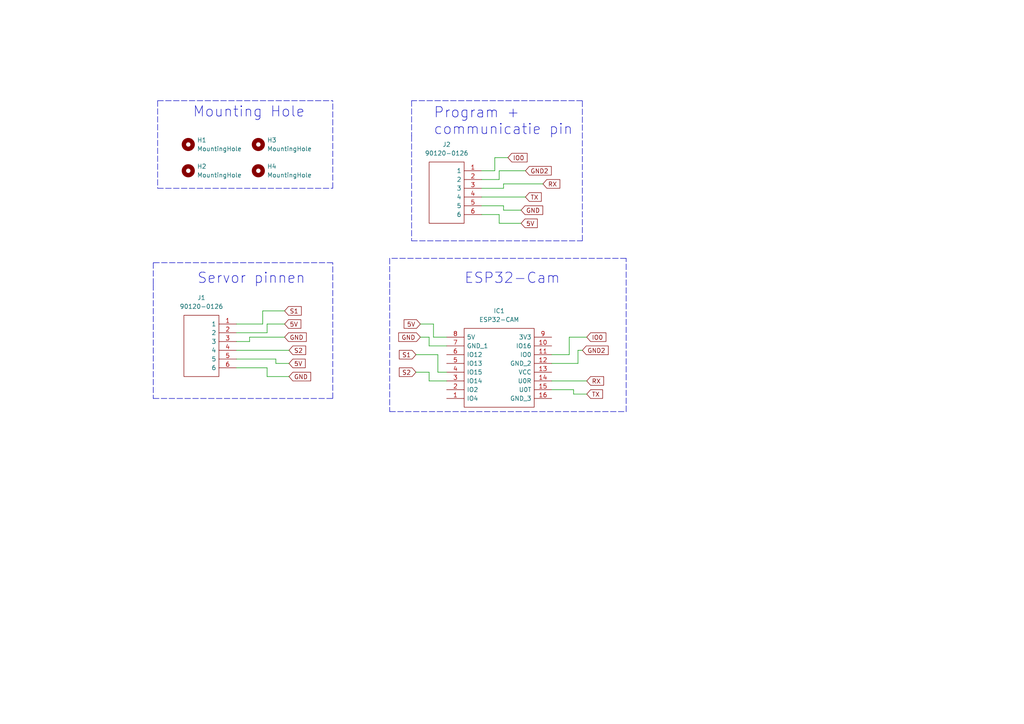
<source format=kicad_sch>
(kicad_sch (version 20211123) (generator eeschema)
  (paper "A4")
  (lib_symbols
    (symbol "Mechanical:MountingHole" (pin_names (offset 1.016))
      (property "Reference" "H" (at 0 5.08 0))
      (property "Value" "MountingHole" (at 0 3.175 0))
      (symbol "MountingHole_0_1"
        (circle (center 0 0) (radius 1.27) (stroke (width 1.27)))
      )
    )
    (symbol "SamacSys_Parts:90120-0126" (pin_names (offset 0.762))
      (property "Reference" "J" (at 16.51 7.62 0))
      (property "Value" "90120-0126" (at 16.51 5.08 0))
      (symbol "90120-0126_0_0"
        (pin passive line (at 0 0 0) (length 5.08) (name "1") (number "1"))
        (pin passive line (at 0 -2.54 0) (length 5.08) (name "2") (number "2"))
        (pin passive line (at 0 -5.08 0) (length 5.08) (name "3") (number "3"))
        (pin passive line (at 0 -7.62 0) (length 5.08) (name "4") (number "4"))
        (pin passive line (at 0 -10.16 0) (length 5.08) (name "5") (number "5"))
        (pin passive line (at 0 -12.7 0) (length 5.08) (name "6") (number "6"))
      )
      (symbol "90120-0126_0_1"
        (polyline (pts (xy 5.08 2.54) (xy 15.24 2.54) (xy 15.24 -15.24) (xy 5.08 -15.24) (xy 5.08 2.54)) (stroke (width 0.1524)))
      )
    )
    (symbol "SamacSys_Parts:ESP32-CAM" (pin_names (offset 0.762))
      (property "Reference" "IC" (at 26.67 7.62 0))
      (property "Value" "ESP32-CAM" (at 26.67 5.08 0))
      (symbol "ESP32-CAM_0_0"
        (pin passive line (at 0 -17.78 0) (length 5.08) (name "IO4") (number "1"))
        (pin passive line (at 30.48 -2.54 180) (length 5.08) (name "IO16") (number "10"))
        (pin passive line (at 30.48 -5.08 180) (length 5.08) (name "IO0") (number "11"))
        (pin passive line (at 30.48 -7.62 180) (length 5.08) (name "GND_2") (number "12"))
        (pin passive line (at 30.48 -10.16 180) (length 5.08) (name "VCC") (number "13"))
        (pin passive line (at 30.48 -12.7 180) (length 5.08) (name "U0R") (number "14"))
        (pin passive line (at 30.48 -15.24 180) (length 5.08) (name "U0T") (number "15"))
        (pin passive line (at 30.48 -17.78 180) (length 5.08) (name "GND_3") (number "16"))
        (pin passive line (at 0 -15.24 0) (length 5.08) (name "IO2") (number "2"))
        (pin passive line (at 0 -12.7 0) (length 5.08) (name "IO14") (number "3"))
        (pin passive line (at 0 -10.16 0) (length 5.08) (name "IO15") (number "4"))
        (pin passive line (at 0 -7.62 0) (length 5.08) (name "IO13") (number "5"))
        (pin passive line (at 0 -5.08 0) (length 5.08) (name "IO12") (number "6"))
        (pin passive line (at 0 -2.54 0) (length 5.08) (name "GND_1") (number "7"))
        (pin passive line (at 0 0 0) (length 5.08) (name "5V") (number "8"))
        (pin passive line (at 30.48 0 180) (length 5.08) (name "3V3") (number "9"))
      )
      (symbol "ESP32-CAM_0_1"
        (polyline (pts (xy 5.08 2.54) (xy 25.4 2.54) (xy 25.4 -20.32) (xy 5.08 -20.32) (xy 5.08 2.54)) (stroke (width 0.1524)))
      )
    )
  )
  (wire (pts (xy 125.73 93.98) (xy 125.73 97.79)))
  (wire (pts (xy 120.65 107.95) (xy 124.46 107.95)))
  (polyline (pts (xy 168.91 69.85) (xy 168.91 29.21)))
  (wire (pts (xy 76.2 93.98) (xy 68.58 93.98)))
  (wire (pts (xy 121.92 97.79) (xy 124.46 97.79)))
  (polyline (pts (xy 44.45 76.2) (xy 44.45 82.55)))
  (wire (pts (xy 72.39 97.79) (xy 72.39 99.06)))
  (wire (pts (xy 144.78 49.53) (xy 144.78 52.07)))
  (polyline (pts (xy 113.03 74.93) (xy 113.03 83.82)))
  (wire (pts (xy 144.78 49.53) (xy 152.4 49.53)))
  (polyline (pts (xy 113.03 119.38) (xy 181.61 119.38)))
  (wire (pts (xy 77.47 93.98) (xy 82.55 93.98)))
  (wire (pts (xy 143.51 49.53) (xy 143.51 45.72)))
  (wire (pts (xy 82.55 97.79) (xy 72.39 97.79)))
  (polyline (pts (xy 181.61 119.38) (xy 181.61 74.93)))
  (polyline (pts (xy 168.91 29.21) (xy 119.38 29.21)))
  (wire (pts (xy 144.78 62.23) (xy 139.7 62.23)))
  (wire (pts (xy 166.37 114.3) (xy 166.37 113.03)))
  (wire (pts (xy 125.73 97.79) (xy 129.54 97.79)))
  (wire (pts (xy 165.1 97.79) (xy 165.1 102.87)))
  (wire (pts (xy 124.46 110.49) (xy 129.54 110.49)))
  (polyline (pts (xy 45.72 29.21) (xy 45.72 54.61)))
  (wire (pts (xy 146.05 60.96) (xy 146.05 59.69)))
  (wire (pts (xy 80.01 105.41) (xy 80.01 104.14)))
  (wire (pts (xy 139.7 54.61) (xy 146.05 54.61)))
  (wire (pts (xy 157.48 53.34) (xy 146.05 53.34)))
  (wire (pts (xy 151.13 64.77) (xy 144.78 64.77)))
  (wire (pts (xy 170.18 114.3) (xy 166.37 114.3)))
  (wire (pts (xy 160.02 110.49) (xy 170.18 110.49)))
  (polyline (pts (xy 96.52 54.61) (xy 96.52 29.21)))
  (polyline (pts (xy 181.61 74.93) (xy 113.03 74.93)))
  (polyline (pts (xy 45.72 29.21) (xy 96.52 29.21)))
  (polyline (pts (xy 119.38 29.21) (xy 119.38 39.37)))
  (wire (pts (xy 146.05 59.69) (xy 139.7 59.69)))
  (wire (pts (xy 144.78 64.77) (xy 144.78 62.23)))
  (wire (pts (xy 144.78 52.07) (xy 139.7 52.07)))
  (wire (pts (xy 77.47 93.98) (xy 77.47 96.52)))
  (wire (pts (xy 168.91 101.6) (xy 167.64 101.6)))
  (wire (pts (xy 165.1 102.87) (xy 160.02 102.87)))
  (wire (pts (xy 167.64 101.6) (xy 167.64 105.41)))
  (wire (pts (xy 167.64 105.41) (xy 160.02 105.41)))
  (polyline (pts (xy 96.52 115.57) (xy 96.52 76.2)))
  (polyline (pts (xy 113.03 83.82) (xy 113.03 119.38)))
  (polyline (pts (xy 44.45 82.55) (xy 44.45 115.57)))
  (wire (pts (xy 68.58 101.6) (xy 83.82 101.6)))
  (wire (pts (xy 139.7 57.15) (xy 152.4 57.15)))
  (wire (pts (xy 124.46 100.33) (xy 129.54 100.33)))
  (wire (pts (xy 146.05 53.34) (xy 146.05 54.61)))
  (wire (pts (xy 76.2 90.17) (xy 76.2 93.98)))
  (polyline (pts (xy 45.72 54.61) (xy 96.52 54.61)))
  (wire (pts (xy 121.92 93.98) (xy 125.73 93.98)))
  (wire (pts (xy 124.46 97.79) (xy 124.46 100.33)))
  (wire (pts (xy 139.7 49.53) (xy 143.51 49.53)))
  (wire (pts (xy 82.55 90.17) (xy 76.2 90.17)))
  (wire (pts (xy 120.65 102.87) (xy 127 102.87)))
  (polyline (pts (xy 119.38 69.85) (xy 168.91 69.85)))
  (wire (pts (xy 83.82 109.22) (xy 77.47 109.22)))
  (wire (pts (xy 151.13 60.96) (xy 146.05 60.96)))
  (polyline (pts (xy 44.45 115.57) (xy 96.52 115.57)))
  (wire (pts (xy 80.01 104.14) (xy 68.58 104.14)))
  (polyline (pts (xy 96.52 76.2) (xy 44.45 76.2)))
  (wire (pts (xy 143.51 45.72) (xy 147.32 45.72)))
  (wire (pts (xy 170.18 97.79) (xy 165.1 97.79)))
  (wire (pts (xy 124.46 107.95) (xy 124.46 110.49)))
  (polyline (pts (xy 119.38 39.37) (xy 119.38 69.85)))
  (wire (pts (xy 77.47 96.52) (xy 68.58 96.52)))
  (wire (pts (xy 77.47 109.22) (xy 77.47 106.68)))
  (wire (pts (xy 83.82 105.41) (xy 80.01 105.41)))
  (wire (pts (xy 127 102.87) (xy 127 107.95)))
  (wire (pts (xy 72.39 99.06) (xy 68.58 99.06)))
  (wire (pts (xy 127 107.95) (xy 129.54 107.95)))
  (wire (pts (xy 77.47 106.68) (xy 68.58 106.68)))
  (wire (pts (xy 166.37 113.03) (xy 160.02 113.03)))
  (text "ESP32-Cam" (at 134.62 82.55 0) (effects (font (size 3 3)) (justify left bottom)))
  (text "Program + \ncommunicatie pin" (at 125.73 39.37 0) (effects (font (size 3 3)) (justify left bottom)))
  (text "Mounting Hole" (at 55.88 34.29 0) (effects (font (size 3 3)) (justify left bottom)))
  (text "Servor pinnen" (at 57.15 82.55 0) (effects (font (size 3 3)) (justify left bottom)))
  (global_label "GND" (shape input) (at 82.55 97.79 0) (property "Intersheet References" "${INTERSHEET_REFS}" (effects hide)))
  (global_label "5V" (shape input) (at 151.13 64.77 0) (property "Intersheet References" "${INTERSHEET_REFS}" (effects hide)))
  (global_label "GND2" (shape input) (at 152.4 49.53 0) (property "Intersheet References" "${INTERSHEET_REFS}" (effects hide)))
  (global_label "GND" (shape input) (at 121.92 97.79 180) (property "Intersheet References" "${INTERSHEET_REFS}" (effects hide)))
  (global_label "5V" (shape input) (at 121.92 93.98 180) (property "Intersheet References" "${INTERSHEET_REFS}" (effects hide)))
  (global_label "S2" (shape input) (at 83.82 101.6 0) (property "Intersheet References" "${INTERSHEET_REFS}" (effects hide)))
  (global_label "S1" (shape input) (at 82.55 90.17 0) (property "Intersheet References" "${INTERSHEET_REFS}" (effects hide)))
  (global_label "IO0" (shape input) (at 170.18 97.79 0) (property "Intersheet References" "${INTERSHEET_REFS}" (effects hide)))
  (global_label "IO0" (shape input) (at 147.32 45.72 0) (property "Intersheet References" "${INTERSHEET_REFS}" (effects hide)))
  (global_label "S2" (shape input) (at 120.65 107.95 180) (property "Intersheet References" "${INTERSHEET_REFS}" (effects hide)))
  (global_label "RX" (shape input) (at 170.18 110.49 0) (property "Intersheet References" "${INTERSHEET_REFS}" (effects hide)))
  (global_label "GND" (shape input) (at 83.82 109.22 0) (property "Intersheet References" "${INTERSHEET_REFS}" (effects hide)))
  (global_label "TX" (shape input) (at 170.18 114.3 0) (property "Intersheet References" "${INTERSHEET_REFS}" (effects hide)))
  (global_label "S1" (shape input) (at 120.65 102.87 180) (property "Intersheet References" "${INTERSHEET_REFS}" (effects hide)))
  (global_label "5V" (shape input) (at 82.55 93.98 0) (property "Intersheet References" "${INTERSHEET_REFS}" (effects hide)))
  (global_label "RX" (shape input) (at 157.48 53.34 0) (property "Intersheet References" "${INTERSHEET_REFS}" (effects hide)))
  (global_label "TX" (shape input) (at 152.4 57.15 0) (property "Intersheet References" "${INTERSHEET_REFS}" (effects hide)))
  (global_label "5V" (shape input) (at 83.82 105.41 0) (property "Intersheet References" "${INTERSHEET_REFS}" (effects hide)))
  (global_label "GND2" (shape input) (at 168.91 101.6 0) (property "Intersheet References" "${INTERSHEET_REFS}" (effects hide)))
  (global_label "GND" (shape input) (at 151.13 60.96 0) (property "Intersheet References" "${INTERSHEET_REFS}" (effects hide)))
  (symbol (lib_id "Mechanical:MountingHole") (at 54.61 49.53 0) (unit 1)
    (property "Reference" "H2" (at 57.15 48.2599 0) (effects (justify left)))
    (property "Value" "MountingHole" (at 57.15 50.7999 0) (effects (justify left)))
    (property "Footprint" "MountingHole:MountingHole_2.7mm" (effects hide))
  )
  (symbol (lib_id "SamacSys_Parts:ESP32-CAM") (at 129.54 97.79 0) (unit 1)
    (property "Reference" "IC1" (at 144.78 90.17 0))
    (property "Value" "ESP32-CAM" (at 144.78 92.71 0))
    (property "Footprint" "SamacSys_Parts:ESP32CAM" (effects hide))
    (property "Datasheet" "https://datasheet.lcsc.com/szlcsc/Ai-Thinker-ESP32-CAM_C277946.pdf" (effects hide))
    (property "Description" "Modules PCBA Module RoHS" (effects hide))
    (property "Height" "5" (effects hide))
    (property "Manufacturer_Name" "Ai-Thinker" (effects hide))
    (property "Manufacturer_Part_Number" "ESP32-CAM" (effects hide))
  )
  (symbol (lib_id "SamacSys_Parts:90120-0126") (at 68.58 93.98 0) (mirror y) (unit 1)
    (property "Reference" "J1" (at 58.42 86.36 0))
    (property "Value" "90120-0126" (at 58.42 88.9 0))
    (property "Footprint" "SamacSys_Parts:HDRV6W65P0X254_1X6_1502X249X560P" (effects hide))
    (property "Datasheet" "https://datasheet.datasheetarchive.com/originals/distributors/Datasheets_SAMA/2ec50bc19e45c6a05ea0a0d78706a45e.pdf" (effects hide))
    (property "Description" "Molex C-GRID III Series, Series Number 90120, 2.54mm Pitch 6 Way 1 Row Straight PCB Header, Solder Termination, 3A" (effects hide))
    (property "Height" "5.6" (effects hide))
    (property "Manufacturer_Name" "Molex" (effects hide))
    (property "Manufacturer_Part_Number" "90120-0126" (effects hide))
    (property "Mouser Part Number" "538-90120-0126" (effects hide))
    (property "Mouser Price/Stock" "https://www.mouser.co.uk/ProductDetail/Molex/90120-0126?qs=PvP5v7EimsnrgnZ7F%252BWVPA%3D%3D" (effects hide))
  )
  (symbol (lib_id "Mechanical:MountingHole") (at 54.61 41.91 0) (unit 1)
    (property "Reference" "H1" (at 57.15 40.6399 0) (effects (justify left)))
    (property "Value" "MountingHole" (at 57.15 43.1799 0) (effects (justify left)))
    (property "Footprint" "MountingHole:MountingHole_2.7mm" (effects hide))
  )
  (symbol (lib_id "Mechanical:MountingHole") (at 74.93 41.91 0) (unit 1)
    (property "Reference" "H3" (at 77.47 40.6399 0) (effects (justify left)))
    (property "Value" "MountingHole" (at 77.47 43.1799 0) (effects (justify left)))
    (property "Footprint" "MountingHole:MountingHole_2.7mm" (effects hide))
  )
  (symbol (lib_id "SamacSys_Parts:90120-0126") (at 139.7 49.53 0) (mirror y) (unit 1)
    (property "Reference" "J2" (at 129.54 41.91 0))
    (property "Value" "90120-0126" (at 129.54 44.45 0))
    (property "Footprint" "SamacSys_Parts:HDRV6W65P0X254_1X6_1502X249X560P" (effects hide))
    (property "Datasheet" "https://datasheet.datasheetarchive.com/originals/distributors/Datasheets_SAMA/2ec50bc19e45c6a05ea0a0d78706a45e.pdf" (effects hide))
    (property "Description" "Molex C-GRID III Series, Series Number 90120, 2.54mm Pitch 6 Way 1 Row Straight PCB Header, Solder Termination, 3A" (effects hide))
    (property "Height" "5.6" (effects hide))
    (property "Manufacturer_Name" "Molex" (effects hide))
    (property "Manufacturer_Part_Number" "90120-0126" (effects hide))
    (property "Mouser Part Number" "538-90120-0126" (effects hide))
    (property "Mouser Price/Stock" "https://www.mouser.co.uk/ProductDetail/Molex/90120-0126?qs=PvP5v7EimsnrgnZ7F%252BWVPA%3D%3D" (effects hide))
  )
  (symbol (lib_id "Mechanical:MountingHole") (at 74.93 49.53 0) (unit 1)
    (property "Reference" "H4" (at 77.47 48.2599 0) (effects (justify left)))
    (property "Value" "MountingHole" (at 77.47 50.7999 0) (effects (justify left)))
    (property "Footprint" "MountingHole:MountingHole_2.7mm" (effects hide))
  )
)
</source>
